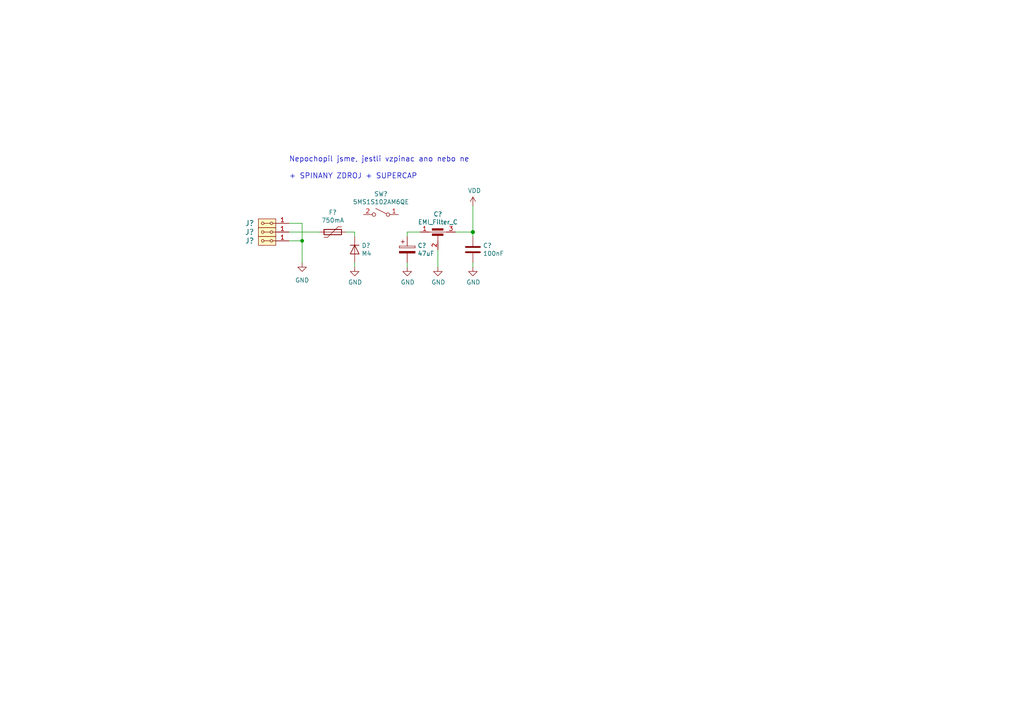
<source format=kicad_sch>
(kicad_sch (version 20211123) (generator eeschema)
  (paper "A4")
  (lib_symbols
    (symbol "DATALOGGER01A-rescue:C-device" (pin_numbers hide) (pin_names (offset 0.254))
      (property "Reference" "C" (at 0.635 2.54 0))
      (property "Value" "C-device" (at 0.635 -2.54 0))
      (symbol "C-device_0_1"
        (polyline (pts (xy -2.032 -0.762) (xy 2.032 -0.762)) (stroke (width 0.508)))
        (polyline (pts (xy -2.032 0.762) (xy 2.032 0.762)) (stroke (width 0.508)))
      )
      (symbol "C-device_1_1"
        (pin passive line (at 0 3.81 270) (length 2.794) (name "~") (number "1"))
        (pin passive line (at 0 -3.81 90) (length 2.794) (name "~") (number "2"))
      )
    )
    (symbol "DATALOGGER01A-rescue:CP-device" (pin_numbers hide) (pin_names (offset 0.254))
      (property "Reference" "C" (at 0.635 2.54 0))
      (property "Value" "CP-device" (at 0.635 -2.54 0))
      (symbol "CP-device_0_1"
        (rectangle (start -2.286 0.508) (end -2.286 1.016))
        (rectangle (start -2.286 0.508) (end 2.286 0.508))
        (polyline (pts (xy -1.778 2.286) (xy -0.762 2.286)))
        (polyline (pts (xy -1.27 2.794) (xy -1.27 1.778)))
        (rectangle (start 2.286 -0.508) (end -2.286 -1.016) (fill (type outline)))
        (rectangle (start 2.286 1.016) (end -2.286 1.016))
        (rectangle (start 2.286 1.016) (end 2.286 0.508))
      )
      (symbol "CP-device_1_1"
        (pin passive line (at 0 3.81 270) (length 2.794) (name "~") (number "1"))
        (pin passive line (at 0 -3.81 90) (length 2.794) (name "~") (number "2"))
      )
    )
    (symbol "DATALOGGER01A-rescue:D-device" (pin_numbers hide) (pin_names (offset 1.016) hide)
      (property "Reference" "D" (at 0 2.54 0))
      (property "Value" "D-device" (at 0 -2.54 0))
      (symbol "D-device_0_1"
        (polyline (pts (xy -1.27 1.27) (xy -1.27 -1.27)) (stroke (width 0.2032)))
        (polyline (pts (xy 1.27 0) (xy -1.27 0)))
        (polyline (pts (xy 1.27 1.27) (xy 1.27 -1.27) (xy -1.27 0) (xy 1.27 1.27)) (stroke (width 0.2032)))
      )
      (symbol "D-device_1_1"
        (pin passive line (at -3.81 0 0) (length 2.54) (name "K") (number "1"))
        (pin passive line (at 3.81 0 180) (length 2.54) (name "A") (number "2"))
      )
    )
    (symbol "DATALOGGER01A-rescue:EMI_Filter_C-device" (pin_names (offset 0.254) hide)
      (property "Reference" "C" (at 0 7.62 0))
      (property "Value" "EMI_Filter_C-device" (at 0 5.715 0))
      (symbol "EMI_Filter_C-device_0_1"
        (rectangle (start -1.651 1.524) (end 1.524 2.032) (fill (type outline)))
        (polyline (pts (xy -2.54 2.54) (xy 2.54 2.54)))
        (polyline (pts (xy 0 0) (xy 0 1.778)))
        (rectangle (start 1.524 3.048) (end -1.651 3.556) (fill (type outline)))
      )
      (symbol "EMI_Filter_C-device_1_1"
        (pin passive line (at -5.08 2.54 0) (length 2.54) (name "1") (number "1"))
        (pin passive line (at 0 -2.54 90) (length 2.54) (name "2") (number "2"))
        (pin passive line (at 5.08 2.54 180) (length 2.54) (name "3") (number "3"))
      )
    )
    (symbol "DATALOGGER01A-rescue:HEADER_2x01_PARALLEL-MLAB_HEADER" (pin_names (offset 1.016))
      (property "Reference" "J" (at 0 -2.54 0))
      (property "Value" "HEADER_2x01_PARALLEL-MLAB_HEADER" (at 0 2.54 0))
      (symbol "HEADER_2x01_PARALLEL-MLAB_HEADER_0_1"
        (rectangle (start -2.54 1.27) (end 2.54 -1.27) (fill (type background)))
        (circle (center -1.27 0) (radius 0.381))
        (polyline (pts (xy -1.651 0) (xy -2.54 0)))
        (polyline (pts (xy -0.889 0) (xy 0.889 0)))
        (circle (center 1.27 0) (radius 0.381))
      )
      (symbol "HEADER_2x01_PARALLEL-MLAB_HEADER_1_1"
        (pin input line (at -6.35 0 0) (length 3.81) (name "~") (number "1"))
        (pin input line (at -6.35 0 0) (length 3.81) hide (name "~") (number "2"))
      )
    )
    (symbol "DATALOGGER01A-rescue:Polyfuse-device" (pin_numbers hide) (pin_names (offset 0))
      (property "Reference" "F" (at -2.54 0 90))
      (property "Value" "Polyfuse-device" (at 2.54 0 90))
      (symbol "Polyfuse-device_0_1"
        (rectangle (start -0.762 2.54) (end 0.762 -2.54) (stroke (width 0.254)))
        (polyline (pts (xy 0 2.54) (xy 0 -2.54)))
        (polyline (pts (xy -1.524 2.54) (xy -1.524 1.524) (xy 1.524 -1.524) (xy 1.524 -2.54)))
      )
      (symbol "Polyfuse-device_1_1"
        (pin passive line (at 0 3.81 270) (length 1.27) (name "~") (number "1"))
        (pin passive line (at 0 -3.81 90) (length 1.27) (name "~") (number "2"))
      )
    )
    (symbol "GND_1" (power) (pin_names (offset 0))
      (property "Value" "GND_1" (at 0 -3.81 0))
      (symbol "GND_1_0_1"
        (polyline (pts (xy 0 0) (xy 0 -1.27) (xy 1.27 -1.27) (xy 0 -2.54) (xy -1.27 -1.27) (xy 0 -1.27)))
      )
      (symbol "GND_1_1_1"
        (pin power_in line (at 0 0 270) (length 0) hide (name "GND") (number "1"))
      )
    )
    (symbol "Switch:SW_SPST" (pin_names (offset 0) hide)
      (property "Reference" "SW" (at 0 3.175 0))
      (property "Value" "SW_SPST" (at 0 -2.54 0))
      (symbol "SW_SPST_0_0"
        (circle (center -2.032 0) (radius 0.508))
        (polyline (pts (xy -1.524 0.254) (xy 1.524 1.778)))
        (circle (center 2.032 0) (radius 0.508))
      )
      (symbol "SW_SPST_1_1"
        (pin passive line (at -5.08 0 0) (length 2.54) (name "A") (number "1"))
        (pin passive line (at 5.08 0 180) (length 2.54) (name "B") (number "2"))
      )
    )
    (symbol "power:GND" (power) (pin_names (offset 0))
      (property "Value" "GND" (at 0 -3.81 0))
      (symbol "GND_0_1"
        (polyline (pts (xy 0 0) (xy 0 -1.27) (xy 1.27 -1.27) (xy 0 -2.54) (xy -1.27 -1.27) (xy 0 -1.27)))
      )
      (symbol "GND_1_1"
        (pin power_in line (at 0 0 270) (length 0) hide (name "GND") (number "1"))
      )
    )
    (symbol "power:VDD" (power) (pin_names (offset 0))
      (property "Value" "VDD" (at 0 3.81 0))
      (symbol "VDD_0_1"
        (polyline (pts (xy -0.762 1.27) (xy 0 2.54)))
        (polyline (pts (xy 0 0) (xy 0 2.54)))
        (polyline (pts (xy 0 2.54) (xy 0.762 1.27)))
      )
      (symbol "VDD_1_1"
        (pin power_in line (at 0 0 90) (length 0) hide (name "VDD") (number "1"))
      )
    )
  )
  (junction (at 137.16 67.31) (diameter 1.016))
  (junction (at 87.63 69.85))
  (wire (pts (xy 137.16 59.69) (xy 137.16 67.31)))
  (wire (pts (xy 127 72.39) (xy 127 77.47)))
  (wire (pts (xy 83.82 69.85) (xy 87.63 69.85)))
  (wire (pts (xy 118.11 67.31) (xy 121.92 67.31)))
  (wire (pts (xy 87.63 69.85) (xy 87.63 76.2)))
  (wire (pts (xy 137.16 67.31) (xy 137.16 68.58)))
  (wire (pts (xy 100.33 67.31) (xy 102.87 67.31)))
  (wire (pts (xy 118.11 76.2) (xy 118.11 77.47)))
  (wire (pts (xy 102.87 77.47) (xy 102.87 76.2)))
  (wire (pts (xy 83.82 67.31) (xy 92.71 67.31)))
  (wire (pts (xy 83.82 64.77) (xy 87.63 64.77)))
  (wire (pts (xy 132.08 67.31) (xy 137.16 67.31)))
  (wire (pts (xy 102.87 68.58) (xy 102.87 67.31)))
  (wire (pts (xy 137.16 77.47) (xy 137.16 76.2)))
  (wire (pts (xy 87.63 64.77) (xy 87.63 69.85)))
  (wire (pts (xy 118.11 68.58) (xy 118.11 67.31)))
  (text "Nepochopil jsme, jestli vzpinac ano nebo ne\n\n+ SPINANY ZDROJ + SUPERCAP" (at 83.82 52.07 0) (effects (font (size 1.524 1.524)) (justify left bottom)))
  (symbol (lib_id "power:GND") (at 102.87 77.47 0) (unit 1)
    (property "Reference" "#PWR?" (effects hide))
    (property "Value" "GND" (at 102.997 81.8642 0))
  )
  (symbol (lib_id "power:GND") (at 137.16 77.47 0) (unit 1)
    (property "Reference" "#PWR?" (effects hide))
    (property "Value" "GND" (at 137.287 81.8642 0))
  )
  (symbol (lib_id "power:GND") (at 127 77.47 0) (unit 1)
    (property "Reference" "#PWR?" (effects hide))
    (property "Value" "GND" (at 127.127 81.8642 0))
  )
  (symbol (lib_id "DATALOGGER01A-rescue:HEADER_2x01_PARALLEL-MLAB_HEADER") (at 77.47 64.77 180) (unit 1)
    (property "Reference" "J?" (at 72.39 64.77 0) (effects (font (size 1.524 1.524))))
    (property "Value" "HEADER_2x01_PARALLEL" (effects hide))
    (property "Footprint" "Mlab_Pin_Headers:Straight_2x01" (effects hide))
  )
  (symbol (lib_id "DATALOGGER01A-rescue:Polyfuse-device") (at 96.52 67.31 270) (unit 1)
    (property "Reference" "F?" (at 96.52 61.595 90))
    (property "Value" "750mA" (at 96.52 63.9064 90))
    (property "Footprint" "Mlab_F:1812" (effects hide))
    (property "UST_ID" "5c70984512875079b91f88d2" (effects hide))
  )
  (symbol (lib_id "power:GND") (at 118.11 77.47 0) (unit 1)
    (property "Reference" "#PWR?" (effects hide))
    (property "Value" "GND" (at 118.237 81.8642 0))
  )
  (symbol (lib_id "DATALOGGER01A-rescue:EMI_Filter_C-device") (at 127 69.85 0) (unit 1)
    (property "Reference" "C?" (at 127 62.103 0))
    (property "Value" "EMI_Filter_C" (at 127 64.4144 0))
    (property "Footprint" "Mlab_L:FIR1" (effects hide))
    (property "Datasheet" "http://www.murata.com/~/media/webrenewal/support/library/catalog/products/emc/emifil/c31e.ashx?la=en-gb" (effects hide))
  )
  (symbol (lib_id "Switch:SW_SPST") (at 110.49 62.23 0) (mirror y) (unit 1)
    (property "Reference" "SW?" (at 110.49 56.261 0))
    (property "Value" "5MS1S102AM6QE" (at 110.49 58.5724 0))
    (property "Footprint" "Mlab_SW:5MS1S102AM6QE" (effects hide))
    (property "UST_ID" "5c70984712875079b91f8b66" (effects hide))
  )
  (symbol (lib_id "power:VDD") (at 137.16 59.69 0) (unit 1)
    (property "Reference" "#PWR?" (effects hide))
    (property "Value" "VDD" (at 137.5918 55.2958 0))
  )
  (symbol (lib_id "DATALOGGER01A-rescue:D-device") (at 102.87 72.39 270) (unit 1)
    (property "Reference" "D?" (at 104.8766 71.2216 90) (effects (justify left)))
    (property "Value" "M4" (at 104.8766 73.533 90) (effects (justify left)))
    (property "Footprint" "Mlab_D:SMA_Standard" (effects hide))
    (property "UST_ID" "5c70984512875079b91f88ac" (effects hide))
  )
  (symbol (lib_id "DATALOGGER01A-rescue:HEADER_2x01_PARALLEL-MLAB_HEADER") (at 77.47 67.31 180) (unit 1)
    (property "Reference" "J?" (at 72.39 67.31 0) (effects (font (size 1.524 1.524))))
    (property "Value" "HEADER_2x01_PARALLEL" (effects hide))
    (property "Footprint" "Mlab_Pin_Headers:Straight_2x01" (effects hide))
  )
  (symbol (lib_id "DATALOGGER01A-rescue:C-device") (at 137.16 72.39 0) (unit 1)
    (property "Reference" "C?" (at 140.081 71.2216 0) (effects (justify left)))
    (property "Value" "100nF" (at 140.081 73.533 0) (effects (justify left)))
    (property "Footprint" "Mlab_R:SMD-0805" (effects hide))
    (property "UST_ID" "5c70984712875079b91f8b4c" (effects hide))
  )
  (symbol (lib_id "DATALOGGER01A-rescue:CP-device") (at 118.11 72.39 0) (unit 1)
    (property "Reference" "C?" (at 121.1072 71.2216 0) (effects (justify left)))
    (property "Value" "47uF" (at 121.1072 73.533 0) (effects (justify left)))
    (property "Footprint" "Mlab_C:TantalC_SizeC_Reflow" (effects hide))
    (property "UST_ID" "5c70984412875079b91f8867" (effects hide))
  )
  (symbol (lib_id "DATALOGGER01A-rescue:HEADER_2x01_PARALLEL-MLAB_HEADER") (at 77.47 69.85 180) (unit 1)
    (property "Reference" "J?" (at 72.39 69.85 0) (effects (font (size 1.524 1.524))))
    (property "Value" "HEADER_2x01_PARALLEL" (effects hide))
    (property "Footprint" "Mlab_Pin_Headers:Straight_2x01" (effects hide))
  )
  (symbol (lib_name "GND_1") (lib_id "power:GND") (at 87.63 76.2 0) (unit 1)
    (property "Reference" "#PWR?" (effects hide))
    (property "Value" "GND" (at 87.63 81.28 0))
  )
)
</source>
